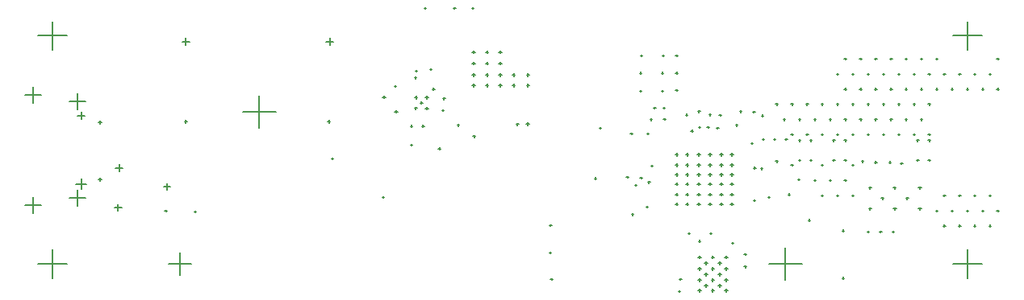
<source format=gbr>
%TF.GenerationSoftware,Altium Limited,Altium Designer,20.0.13 (296)*%
G04 Layer_Color=128*
%FSLAX45Y45*%
%MOMM*%
%TF.FileFunction,Drillmap*%
%TF.Part,Single*%
G01*
G75*
%TA.AperFunction,NonConductor*%
%ADD109C,0.12700*%
D109*
X3217500Y4400000D02*
X3456500D01*
X3337000Y4280500D02*
Y4519500D01*
X3997500Y6000000D02*
X4342500D01*
X4170000Y5827500D02*
Y6172500D01*
X9517500Y4400000D02*
X9862500D01*
X9690000Y4227500D02*
Y4572500D01*
X2247500Y5240000D02*
X2357500D01*
X2302500Y5185000D02*
Y5295000D01*
X2262000Y5960000D02*
X2343000D01*
X2302500Y5919500D02*
Y6000500D01*
X1712000Y5020000D02*
X1883000D01*
X1797500Y4934500D02*
Y5105500D01*
X1712000Y6180000D02*
X1883000D01*
X1797500Y6094500D02*
Y6265500D01*
X2180500Y5090000D02*
X2348500D01*
X2264500Y5006000D02*
Y5174000D01*
X2180500Y6110000D02*
X2348500D01*
X2264500Y6026000D02*
Y6194000D01*
X11909995Y6559997D02*
X11929995D01*
X11919995Y6549997D02*
Y6569997D01*
X11829995Y6399997D02*
X11849995D01*
X11839995Y6389997D02*
Y6409997D01*
X11909995Y6239997D02*
X11929995D01*
X11919995Y6229997D02*
Y6249997D01*
X11829995Y5119998D02*
X11849995D01*
X11839995Y5109998D02*
Y5129998D01*
X11909995Y4959998D02*
X11929995D01*
X11919995Y4949998D02*
Y4969998D01*
X11829995Y4799998D02*
X11849995D01*
X11839995Y4789998D02*
Y4809998D01*
X11669995Y6399997D02*
X11689995D01*
X11679995Y6389997D02*
Y6409997D01*
X11749995Y6239997D02*
X11769995D01*
X11759995Y6229997D02*
Y6249997D01*
X11669995Y5119998D02*
X11689995D01*
X11679995Y5109998D02*
Y5129998D01*
X11749995Y4959998D02*
X11769995D01*
X11759995Y4949998D02*
Y4969998D01*
X11669995Y4799998D02*
X11689995D01*
X11679995Y4789998D02*
Y4809998D01*
X11509995Y6399997D02*
X11529995D01*
X11519995Y6389997D02*
Y6409997D01*
X11589995Y6239997D02*
X11609995D01*
X11599995Y6229997D02*
Y6249997D01*
X11509995Y5119998D02*
X11529995D01*
X11519995Y5109998D02*
Y5129998D01*
X11589995Y4959998D02*
X11609995D01*
X11599995Y4949998D02*
Y4969998D01*
X11509995Y4799998D02*
X11529995D01*
X11519995Y4789998D02*
Y4809998D01*
X11349995Y6399997D02*
X11369995D01*
X11359995Y6389997D02*
Y6409997D01*
X11429995Y6239997D02*
X11449995D01*
X11439995Y6229997D02*
Y6249997D01*
X11349995Y5119998D02*
X11369995D01*
X11359995Y5109998D02*
Y5129998D01*
X11429995Y4959998D02*
X11449995D01*
X11439995Y4949998D02*
Y4969998D01*
X11349995Y4799998D02*
X11369995D01*
X11359995Y4789998D02*
Y4809998D01*
X11269995Y6559997D02*
X11289995D01*
X11279995Y6549997D02*
Y6569997D01*
X11189995Y6399997D02*
X11209995D01*
X11199995Y6389997D02*
Y6409997D01*
X11269995Y6239997D02*
X11289995D01*
X11279995Y6229997D02*
Y6249997D01*
X11189995Y6079997D02*
X11209995D01*
X11199995Y6069998D02*
Y6089997D01*
X11189995Y5759998D02*
X11209995D01*
X11199995Y5749998D02*
Y5769998D01*
X11269995Y4959998D02*
X11289995D01*
X11279995Y4949998D02*
Y4969998D01*
X11109995Y6559997D02*
X11129995D01*
X11119995Y6549997D02*
Y6569997D01*
X11029995Y6399997D02*
X11049995D01*
X11039995Y6389997D02*
Y6409997D01*
X11109995Y6239997D02*
X11129995D01*
X11119995Y6229997D02*
Y6249997D01*
X11029995Y6079997D02*
X11049995D01*
X11039995Y6069998D02*
Y6089997D01*
X11109995Y5919998D02*
X11129995D01*
X11119995Y5909998D02*
Y5929998D01*
X11029995Y5759998D02*
X11049995D01*
X11039995Y5749998D02*
Y5769998D01*
X10949995Y6559997D02*
X10969995D01*
X10959995Y6549997D02*
Y6569997D01*
X10869996Y6399997D02*
X10889995D01*
X10879996Y6389997D02*
Y6409997D01*
X10949995Y6239997D02*
X10969995D01*
X10959995Y6229997D02*
Y6249997D01*
X10869996Y6079997D02*
X10889995D01*
X10879996Y6069998D02*
Y6089997D01*
X10949995Y5919998D02*
X10969995D01*
X10959995Y5909998D02*
Y5929998D01*
X10869996Y5759998D02*
X10889995D01*
X10879996Y5749998D02*
Y5769998D01*
X10789995Y6559997D02*
X10809995D01*
X10799995Y6549997D02*
Y6569997D01*
X10709996Y6399997D02*
X10729996D01*
X10719996Y6389997D02*
Y6409997D01*
X10789995Y6239997D02*
X10809995D01*
X10799995Y6229997D02*
Y6249997D01*
X10709996Y6079997D02*
X10729996D01*
X10719996Y6069998D02*
Y6089997D01*
X10789995Y5919998D02*
X10809995D01*
X10799995Y5909998D02*
Y5929998D01*
X10709996Y5759998D02*
X10729996D01*
X10719996Y5749998D02*
Y5769998D01*
X10629996Y6559997D02*
X10649995D01*
X10639995Y6549997D02*
Y6569997D01*
X10549996Y6399997D02*
X10569996D01*
X10559996Y6389997D02*
Y6409997D01*
X10629996Y6239997D02*
X10649995D01*
X10639995Y6229997D02*
Y6249997D01*
X10549996Y6079997D02*
X10569996D01*
X10559996Y6069998D02*
Y6089997D01*
X10629996Y5919998D02*
X10649995D01*
X10639995Y5909998D02*
Y5929998D01*
X10549996Y5759998D02*
X10569996D01*
X10559996Y5749998D02*
Y5769998D01*
X10469996Y6559997D02*
X10489996D01*
X10479996Y6549997D02*
Y6569997D01*
X10389996Y6399997D02*
X10409996D01*
X10399996Y6389997D02*
Y6409997D01*
X10469996Y6239997D02*
X10489996D01*
X10479996Y6229997D02*
Y6249997D01*
X10389996Y6079997D02*
X10409996D01*
X10399996Y6069998D02*
Y6089997D01*
X10469996Y5919998D02*
X10489996D01*
X10479996Y5909998D02*
Y5929998D01*
X10389996Y5759998D02*
X10409996D01*
X10399996Y5749998D02*
Y5769998D01*
X10389996Y5439998D02*
X10409996D01*
X10399996Y5429998D02*
Y5449998D01*
X10389996Y5119998D02*
X10409996D01*
X10399996Y5109998D02*
Y5129998D01*
X10309996Y6559997D02*
X10329996D01*
X10319996Y6549997D02*
Y6569997D01*
X10229996Y6399997D02*
X10249996D01*
X10239996Y6389997D02*
Y6409997D01*
X10309996Y6239997D02*
X10329996D01*
X10319996Y6229997D02*
Y6249997D01*
X10229996Y6079997D02*
X10249996D01*
X10239996Y6069998D02*
Y6089997D01*
X10309996Y5919998D02*
X10329996D01*
X10319996Y5909998D02*
Y5929998D01*
X10229996Y5759998D02*
X10249996D01*
X10239996Y5749998D02*
Y5769998D01*
X10309996Y5279998D02*
X10329996D01*
X10319996Y5269998D02*
Y5289998D01*
X10229996Y5119998D02*
X10249996D01*
X10239996Y5109998D02*
Y5129998D01*
X10069996Y6079997D02*
X10089996D01*
X10079996Y6069998D02*
Y6089997D01*
X10149996Y5919998D02*
X10169996D01*
X10159996Y5909998D02*
Y5929998D01*
X10069996Y5759998D02*
X10089996D01*
X10079996Y5749998D02*
Y5769998D01*
X10069996Y5439998D02*
X10089996D01*
X10079996Y5429998D02*
Y5449998D01*
X10149996Y5279998D02*
X10169996D01*
X10159996Y5269998D02*
Y5289998D01*
X10069996Y5119998D02*
X10089996D01*
X10079996Y5109998D02*
Y5129998D01*
X9909996Y6079997D02*
X9929996D01*
X9919996Y6069998D02*
Y6089997D01*
X9989996Y5919998D02*
X10009996D01*
X9999996Y5909998D02*
Y5929998D01*
X9909996Y5759998D02*
X9929996D01*
X9919996Y5749998D02*
Y5769998D01*
X9989996Y5279998D02*
X10009996D01*
X9999996Y5269998D02*
Y5289998D01*
X9749996Y6079997D02*
X9769996D01*
X9759996Y6069998D02*
Y6089997D01*
X9829996Y5919998D02*
X9849996D01*
X9839996Y5909998D02*
Y5929998D01*
X9749996Y5759998D02*
X9769996D01*
X9759996Y5749998D02*
Y5769998D01*
X9749996Y5439998D02*
X9769996D01*
X9759996Y5429998D02*
Y5449998D01*
X9589996Y6079997D02*
X9609996D01*
X9599996Y6069998D02*
Y6089997D01*
X9669996Y5919998D02*
X9689996D01*
X9679996Y5909998D02*
Y5929998D01*
X10955000Y5090000D02*
X10985000D01*
X10970000Y5075000D02*
Y5105000D01*
X10695000Y5090000D02*
X10725000D01*
X10710000Y5075000D02*
Y5105000D01*
X11085000Y5200000D02*
X11115000D01*
X11100000Y5185000D02*
Y5215000D01*
X10565000Y5200000D02*
X10595000D01*
X10580000Y5185000D02*
Y5215000D01*
X10821000Y5200000D02*
X10851000D01*
X10836000Y5185000D02*
Y5215000D01*
X10825000Y4980000D02*
X10855000D01*
X10840000Y4965000D02*
Y4995000D01*
X11085000Y4980000D02*
X11115000D01*
X11100000Y4965000D02*
Y4995000D01*
X10565000Y4980000D02*
X10595000D01*
X10580000Y4965000D02*
Y4995000D01*
X6400000Y7090000D02*
X6420000D01*
X6410000Y7080000D02*
Y7100000D01*
X5900000Y7090000D02*
X5920000D01*
X5910000Y7080000D02*
Y7100000D01*
X6210000Y7090000D02*
X6230000D01*
X6220000Y7080000D02*
Y7100000D01*
X3490000Y4950000D02*
X3510000D01*
X3500000Y4940000D02*
Y4960000D01*
X3180000D02*
X3200000D01*
X3190000Y4950000D02*
Y4970000D01*
X10630000Y5470000D02*
X10650000D01*
X10640000Y5460000D02*
Y5480000D01*
X9690000Y5710000D02*
X9710000D01*
X9700000Y5700000D02*
Y5720000D01*
X9590000Y5480000D02*
X9610000D01*
X9600000Y5470000D02*
Y5490000D01*
X9570000Y5710000D02*
X9590000D01*
X9580000Y5700000D02*
Y5720000D01*
X9450000Y5710000D02*
X9470000D01*
X9460000Y5700000D02*
Y5720000D01*
X10900000Y5460000D02*
X10920000D01*
X10910000Y5450000D02*
Y5470000D01*
X10780000D02*
X10800000D01*
X10790000Y5460000D02*
Y5480000D01*
X10490000D02*
X10510000D01*
X10500000Y5470000D02*
Y5490000D01*
X11070000D02*
X11090000D01*
X11080000Y5480000D02*
Y5500000D01*
X11190000Y5490000D02*
X11210000D01*
X11200000Y5480000D02*
Y5500000D01*
X11190000Y5700000D02*
X11210000D01*
X11200000Y5690000D02*
Y5710000D01*
X11070000Y5700000D02*
X11090000D01*
X11080000Y5690000D02*
Y5710000D01*
X10190000Y5490000D02*
X10210000D01*
X10200000Y5480000D02*
Y5500000D01*
X10310000Y5490000D02*
X10330000D01*
X10320000Y5480000D02*
Y5500000D01*
X10310000Y5700000D02*
X10330000D01*
X10320000Y5690000D02*
Y5710000D01*
X10190000Y5700000D02*
X10210000D01*
X10200000Y5690000D02*
Y5710000D01*
X9830000Y5700000D02*
X9850000D01*
X9840000Y5690000D02*
Y5710000D01*
X9950000Y5700000D02*
X9970000D01*
X9960000Y5690000D02*
Y5710000D01*
X9950000Y5490000D02*
X9970000D01*
X9960000Y5480000D02*
Y5500000D01*
X9830000Y5490000D02*
X9850000D01*
X9840000Y5480000D02*
Y5500000D01*
X9330000Y5670000D02*
X9350000D01*
X9340000Y5660000D02*
Y5680000D01*
X9507235Y5103122D02*
X9527235D01*
X9517235Y5093122D02*
Y5113122D01*
X8535000Y5550000D02*
X8565000D01*
X8550000Y5535000D02*
Y5565000D01*
X8535000Y5440000D02*
X8565000D01*
X8550000Y5425000D02*
Y5455000D01*
X8535000Y5340000D02*
X8565000D01*
X8550000Y5325000D02*
Y5355000D01*
X8535000Y5240000D02*
X8565000D01*
X8550000Y5225000D02*
Y5255000D01*
X8535000Y5130000D02*
X8565000D01*
X8550000Y5115000D02*
Y5145000D01*
X8645000Y5030000D02*
X8675000D01*
X8660000Y5015000D02*
Y5045000D01*
X8765000Y5030000D02*
X8795000D01*
X8780000Y5015000D02*
Y5045000D01*
X8885000Y5030000D02*
X8915000D01*
X8900000Y5015000D02*
Y5045000D01*
X9005000Y5030000D02*
X9035000D01*
X9020000Y5015000D02*
Y5045000D01*
X8670000Y4720000D02*
X8690000D01*
X8680000Y4710000D02*
Y4730000D01*
X8570000Y4110000D02*
X8590000D01*
X8580000Y4100000D02*
Y4120000D01*
Y4240000D02*
X8600000D01*
X8590000Y4230000D02*
Y4250000D01*
X6250000Y5860000D02*
X6270000D01*
X6260000Y5850000D02*
Y5870000D01*
X6405000Y6280000D02*
X6435000D01*
X6420000Y6265000D02*
Y6295000D01*
X6545000Y6280000D02*
X6575000D01*
X6560000Y6265000D02*
Y6295000D01*
X6685000Y6280000D02*
X6715000D01*
X6700000Y6265000D02*
Y6295000D01*
X6825000Y6280000D02*
X6855000D01*
X6840000Y6265000D02*
Y6295000D01*
X6975000Y6280000D02*
X7005000D01*
X6990000Y6265000D02*
Y6295000D01*
X6405000Y6390000D02*
X6435000D01*
X6420000Y6375000D02*
Y6405000D01*
X6545000Y6390000D02*
X6575000D01*
X6560000Y6375000D02*
Y6405000D01*
X6685000Y6390000D02*
X6715000D01*
X6700000Y6375000D02*
Y6405000D01*
X6825000Y6390000D02*
X6855000D01*
X6840000Y6375000D02*
Y6405000D01*
X6975000Y6390000D02*
X7005000D01*
X6990000Y6375000D02*
Y6405000D01*
X6405000Y6510000D02*
X6435000D01*
X6420000Y6495000D02*
Y6525000D01*
X6545000Y6510000D02*
X6575000D01*
X6560000Y6495000D02*
Y6525000D01*
X6685000Y6510000D02*
X6715000D01*
X6700000Y6495000D02*
Y6525000D01*
X6685000Y6630000D02*
X6715000D01*
X6700000Y6615000D02*
Y6645000D01*
X6545000Y6630000D02*
X6575000D01*
X6560000Y6615000D02*
Y6645000D01*
X6405000Y6630000D02*
X6435000D01*
X6420000Y6615000D02*
Y6645000D01*
X5960000Y6450000D02*
X5980000D01*
X5970000Y6440000D02*
Y6460000D01*
X5990000Y6240000D02*
X6010000D01*
X6000000Y6230000D02*
Y6250000D01*
X5590000Y6270000D02*
X5610000D01*
X5600000Y6260000D02*
Y6280000D01*
X5809988Y6429987D02*
X5829988D01*
X5819988Y6419987D02*
Y6439987D01*
X3364440Y6740000D02*
X3435560D01*
X3400000Y6704440D02*
Y6775560D01*
X4874440Y6740000D02*
X4945560D01*
X4910000Y6704440D02*
Y6775560D01*
X2485000Y5890000D02*
X2515000D01*
X2500000Y5875000D02*
Y5905000D01*
X5799988Y6359987D02*
X5819988D01*
X5809988Y6349987D02*
Y6369987D01*
X2485000Y5290000D02*
X2515000D01*
X2500000Y5275000D02*
Y5305000D01*
X8900000Y4720000D02*
X8920000D01*
X8910000Y4710000D02*
Y4730000D01*
X8780000Y4640000D02*
X8800000D01*
X8790000Y4630000D02*
Y4650000D01*
X9440000Y5960000D02*
X9460000D01*
X9450000Y5950000D02*
Y5970000D01*
X9360000Y5410000D02*
X9380000D01*
X9370000Y5400000D02*
Y5420000D01*
X9429999Y5402700D02*
X9449999D01*
X9439999Y5392700D02*
Y5412700D01*
X9356326Y5066326D02*
X9376326D01*
X9366326Y5056326D02*
Y5076326D01*
X8170000Y6590000D02*
X8190000D01*
X8180000Y6580000D02*
Y6600000D01*
X8160000Y6220000D02*
X8180000D01*
X8170000Y6210000D02*
Y6230000D01*
X8540000D02*
X8560000D01*
X8550000Y6220000D02*
Y6240000D01*
X8540000Y6410000D02*
X8560000D01*
X8550000Y6400000D02*
Y6420000D01*
X8540000Y6590000D02*
X8560000D01*
X8550000Y6580000D02*
Y6600000D01*
X8400000Y6590000D02*
X8420000D01*
X8410000Y6580000D02*
Y6600000D01*
X8390000Y6220000D02*
X8410000D01*
X8400000Y6210000D02*
Y6230000D01*
X8390000Y6410000D02*
X8410000D01*
X8400000Y6400000D02*
Y6420000D01*
X9170000Y5860000D02*
X9190000D01*
X9180000Y5850000D02*
Y5870000D01*
X10290000Y4250000D02*
X10310000D01*
X10300000Y4240000D02*
Y4260000D01*
X10290000Y4750000D02*
X10310000D01*
X10300000Y4740000D02*
Y4760000D01*
X8970000Y5830000D02*
X8990000D01*
X8980000Y5820000D02*
Y5840000D01*
X8870000D02*
X8890000D01*
X8880000Y5830000D02*
Y5850000D01*
X8780000Y5840000D02*
X8800000D01*
X8790000Y5830000D02*
Y5850000D01*
X8413000Y5924000D02*
X8433000D01*
X8423000Y5914000D02*
Y5934000D01*
X8270000Y5920000D02*
X8290000D01*
X8280000Y5910000D02*
Y5930000D01*
X5760000Y5850000D02*
X5780000D01*
X5770000Y5840000D02*
Y5860000D01*
X5760000Y5650000D02*
X5780000D01*
X5770000Y5640000D02*
Y5660000D01*
X5460000Y5100000D02*
X5480000D01*
X5470000Y5090000D02*
Y5110000D01*
X8280000Y5430000D02*
X8300000D01*
X8290000Y5420000D02*
Y5440000D01*
X8250000Y5260000D02*
X8270000D01*
X8260000Y5250000D02*
Y5270000D01*
X8024000Y5314000D02*
X8044000D01*
X8034000Y5304000D02*
Y5324000D01*
X8167000Y5304000D02*
X8187000D01*
X8177000Y5294000D02*
Y5314000D01*
X7690000Y5300000D02*
X7710000D01*
X7700000Y5290000D02*
Y5310000D01*
X7740000Y5830000D02*
X7760000D01*
X7750000Y5820000D02*
Y5840000D01*
X8700000Y5800000D02*
X8720000D01*
X8710000Y5790000D02*
Y5810000D01*
X8066000Y5769600D02*
X8086000D01*
X8076000Y5759600D02*
Y5779600D01*
X8236000Y5769600D02*
X8256000D01*
X8246000Y5759600D02*
Y5779600D01*
X3164440Y5210000D02*
X3235560D01*
X3200000Y5174440D02*
Y5245560D01*
X2654440Y4990000D02*
X2725560D01*
X2690000Y4954440D02*
Y5025560D01*
X2664440Y5410000D02*
X2735560D01*
X2700000Y5374440D02*
Y5445560D01*
X6100000Y6140000D02*
X6120000D01*
X6110000Y6130000D02*
Y6150000D01*
X6088000Y6016000D02*
X6108000D01*
X6098000Y6006000D02*
Y6026000D01*
X5880100Y5850000D02*
X5900100D01*
X5890100Y5840000D02*
Y5860000D01*
X4930000Y5510000D02*
X4950000D01*
X4940000Y5500000D02*
Y5520000D01*
X9929600Y4860000D02*
X9949600D01*
X9939600Y4850000D02*
Y4870000D01*
X10810000Y4740000D02*
X10830000D01*
X10820000Y4730000D02*
Y4750000D01*
X9130000Y4620000D02*
X9150000D01*
X9140000Y4610000D02*
Y4630000D01*
X8645000Y5240000D02*
X8675000D01*
X8660000Y5225000D02*
Y5255000D01*
X8765000Y5240000D02*
X8795000D01*
X8780000Y5225000D02*
Y5255000D01*
X8885000Y5240000D02*
X8915000D01*
X8900000Y5225000D02*
Y5255000D01*
X9005000Y5240000D02*
X9035000D01*
X9020000Y5225000D02*
Y5255000D01*
X9115000Y5240000D02*
X9145000D01*
X9130000Y5225000D02*
Y5255000D01*
X9115000Y5130000D02*
X9145000D01*
X9130000Y5115000D02*
Y5145000D01*
X9005000Y5130000D02*
X9035000D01*
X9020000Y5115000D02*
Y5145000D01*
X8885000Y5130000D02*
X8915000D01*
X8900000Y5115000D02*
Y5145000D01*
X8765000Y5130000D02*
X8795000D01*
X8780000Y5115000D02*
Y5145000D01*
X8645000Y5130000D02*
X8675000D01*
X8660000Y5115000D02*
Y5145000D01*
X9115000Y5030000D02*
X9145000D01*
X9130000Y5015000D02*
Y5045000D01*
X8535000Y5030000D02*
X8565000D01*
X8550000Y5015000D02*
Y5045000D01*
X8645000Y5340000D02*
X8675000D01*
X8660000Y5325000D02*
Y5355000D01*
X8765000Y5340000D02*
X8795000D01*
X8780000Y5325000D02*
Y5355000D01*
X8885000Y5340000D02*
X8915000D01*
X8900000Y5325000D02*
Y5355000D01*
X9005000Y5340000D02*
X9035000D01*
X9020000Y5325000D02*
Y5355000D01*
X9115000Y5340000D02*
X9145000D01*
X9130000Y5325000D02*
Y5355000D01*
X8645000Y5440000D02*
X8675000D01*
X8660000Y5425000D02*
Y5455000D01*
X8765000Y5440000D02*
X8795000D01*
X8780000Y5425000D02*
Y5455000D01*
X8885000Y5440000D02*
X8915000D01*
X8900000Y5425000D02*
Y5455000D01*
X9005000Y5440000D02*
X9035000D01*
X9020000Y5425000D02*
Y5455000D01*
X9115000Y5440000D02*
X9145000D01*
X9130000Y5425000D02*
Y5455000D01*
X9115000Y5550000D02*
X9145000D01*
X9130000Y5535000D02*
Y5565000D01*
X9005000Y5550000D02*
X9035000D01*
X9020000Y5535000D02*
Y5565000D01*
X8885000Y5550000D02*
X8915000D01*
X8900000Y5535000D02*
Y5565000D01*
X8765000Y5550000D02*
X8795000D01*
X8780000Y5535000D02*
Y5565000D01*
X8645000Y5550000D02*
X8675000D01*
X8660000Y5535000D02*
Y5565000D01*
X8645000Y5969000D02*
X8665000D01*
X8655000Y5959000D02*
Y5979000D01*
X8776000Y6004600D02*
X8796000D01*
X8786000Y5994600D02*
Y6014600D01*
X8310000Y6040000D02*
X8330000D01*
X8320000Y6030000D02*
Y6050000D01*
X8160000Y6410000D02*
X8180000D01*
X8170000Y6400000D02*
Y6420000D01*
X9260000Y4370000D02*
X9280000D01*
X9270000Y4360000D02*
Y4380000D01*
X9260000Y4500000D02*
X9280000D01*
X9270000Y4490000D02*
Y4510000D01*
X8230000Y5000000D02*
X8250000D01*
X8240000Y4990000D02*
Y5010000D01*
X10550000Y4740000D02*
X10570000D01*
X10560000Y4730000D02*
Y4750000D01*
X10680000Y4740000D02*
X10700000D01*
X10690000Y4730000D02*
Y4750000D01*
X8985000Y4170000D02*
X9015000D01*
X9000000Y4155000D02*
Y4185000D01*
X8845000Y4170000D02*
X8875000D01*
X8860000Y4155000D02*
Y4185000D01*
X8845000Y4290000D02*
X8875000D01*
X8860000Y4275000D02*
Y4305000D01*
X8985000Y4290000D02*
X9015000D01*
X9000000Y4275000D02*
Y4305000D01*
X8985000Y4410000D02*
X9015000D01*
X9000000Y4395000D02*
Y4425000D01*
X8845000Y4410000D02*
X8875000D01*
X8860000Y4395000D02*
Y4425000D01*
X8775000Y4120000D02*
X8805000D01*
X8790000Y4105000D02*
Y4135000D01*
X9055000Y4120000D02*
X9085000D01*
X9070000Y4105000D02*
Y4135000D01*
X8915000Y4120000D02*
X8945000D01*
X8930000Y4105000D02*
Y4135000D01*
X8775000Y4230000D02*
X8805000D01*
X8790000Y4215000D02*
Y4245000D01*
X9055000Y4230000D02*
X9085000D01*
X9070000Y4215000D02*
Y4245000D01*
X8915000Y4230000D02*
X8945000D01*
X8930000Y4215000D02*
Y4245000D01*
X8775000Y4350000D02*
X8805000D01*
X8790000Y4335000D02*
Y4365000D01*
X9055000Y4350000D02*
X9085000D01*
X9070000Y4335000D02*
Y4365000D01*
X8915000Y4350000D02*
X8945000D01*
X8930000Y4335000D02*
Y4365000D01*
X9055000Y4470000D02*
X9085000D01*
X9070000Y4455000D02*
Y4485000D01*
X8915000Y4470000D02*
X8945000D01*
X8930000Y4455000D02*
Y4485000D01*
X8775000Y4470000D02*
X8805000D01*
X8790000Y4455000D02*
Y4485000D01*
X9820000Y5290000D02*
X9840000D01*
X9830000Y5280000D02*
Y5300000D01*
X9719367Y5131407D02*
X9739367D01*
X9729367Y5121407D02*
Y5141407D01*
X9351000Y6001000D02*
X9371000D01*
X9361000Y5991000D02*
Y6011000D01*
X9212000Y6004000D02*
X9232000D01*
X9222000Y5994000D02*
Y6014000D01*
X8997000Y5966000D02*
X9017000D01*
X9007000Y5956000D02*
Y5976000D01*
X8892000Y5971000D02*
X8912000D01*
X8902000Y5961000D02*
Y5981000D01*
X8410000Y6040000D02*
X8430000D01*
X8420000Y6030000D02*
Y6050000D01*
X8113000Y5229000D02*
X8133000D01*
X8123000Y5219000D02*
Y5239000D01*
X8080000Y4920000D02*
X8100000D01*
X8090000Y4910000D02*
Y4930000D01*
X7228000Y4239000D02*
X7248000D01*
X7238000Y4229000D02*
Y4249000D01*
X7218000Y4804000D02*
X7238000D01*
X7228000Y4794000D02*
Y4814000D01*
X7215000Y4516000D02*
X7235000D01*
X7225000Y4506000D02*
Y4526000D01*
X5593000Y6003000D02*
X5623000D01*
X5608000Y5988000D02*
Y6018000D01*
X5466000Y6155000D02*
X5496000D01*
X5481000Y6140000D02*
Y6170000D01*
X6045000Y5613000D02*
X6075000D01*
X6060000Y5598000D02*
Y5628000D01*
X6410000Y5743000D02*
X6440000D01*
X6425000Y5728000D02*
Y5758000D01*
X6866000Y5869000D02*
X6896000D01*
X6881000Y5854000D02*
Y5884000D01*
X6971000Y5871000D02*
X7001000D01*
X6986000Y5856000D02*
Y5886000D01*
X5857000Y6095000D02*
X5887000D01*
X5872000Y6080000D02*
Y6110000D01*
X5798000Y6038000D02*
X5828000D01*
X5813000Y6023000D02*
Y6053000D01*
X5914000Y6037000D02*
X5944000D01*
X5929000Y6022000D02*
Y6052000D01*
X5914000Y6152000D02*
X5944000D01*
X5929000Y6137000D02*
Y6167000D01*
X5801000Y6151000D02*
X5831000D01*
X5816000Y6136000D02*
Y6166000D01*
X4885000Y5900000D02*
X4915000D01*
X4900000Y5885000D02*
Y5915000D01*
X3385000Y5900000D02*
X3415000D01*
X3400000Y5885000D02*
Y5915000D01*
X1850000Y4400000D02*
X2150000D01*
X2000000Y4250000D02*
Y4550000D01*
X11450000Y4400000D02*
X11750000D01*
X11600000Y4250000D02*
Y4550000D01*
X11450000Y6800000D02*
X11750000D01*
X11600000Y6650000D02*
Y6950000D01*
X1850000Y6800000D02*
X2150000D01*
X2000000Y6650000D02*
Y6950000D01*
%TF.MD5,2c9aa879f1a74f4e9394ec71d2365490*%
M02*

</source>
